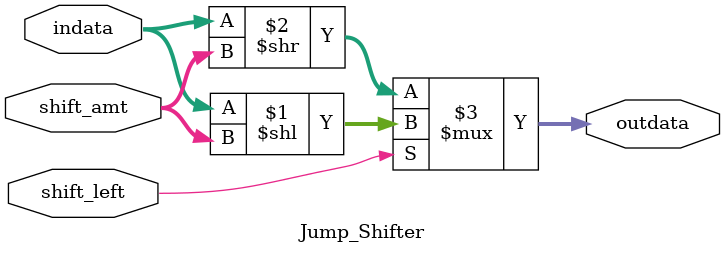
<source format=v>
module Jump_Shifter(
	indata,
	shift_amt,
	shift_left,
	outdata
    );

input [25:0] indata;   //value before shift
input [1:0] shift_amt;  //amt to shift
input shift_left;      // if 1, shift, else, no shift
output wire [31:0] outdata;  //value after shift

/* 
*  
*
*
*/

assign outdata = shift_left ? indata<<shift_amt : indata>>shift_amt;

endmodule
</source>
